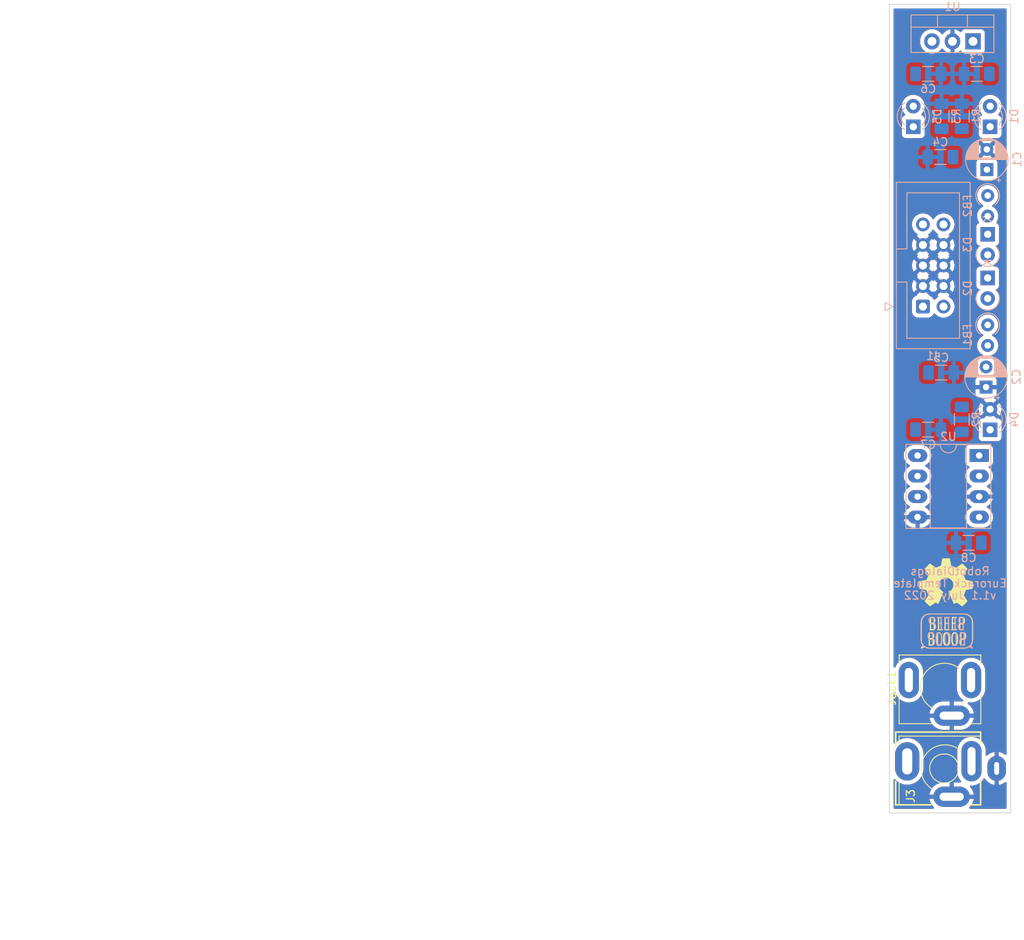
<source format=kicad_pcb>
(kicad_pcb (version 20211014) (generator pcbnew)
  (title_block (company "RobotDialogs"))
  (layers (0 "F.Cu" signal) (31 "B.Cu" signal) (34 "B.Paste" user) (35 "F.Paste" user) (36 "B.SilkS" user "B.Silkscreen") (37 "F.SilkS" user "F.Silkscreen") (38 "B.Mask" user) (39 "F.Mask" user) (44 "Edge.Cuts" user))
  (net 0 "")
  (net 1 "+12V")
  (net 2 "GND")
  (net 3 "-12V")
  (net 4 "+5V")
  (net 5 "Net-(D1-Pad1)")
  (net 6 "-12VA")
  (net 7 "Net-(D2-Pad2)")
  (net 8 "Net-(D3-Pad1)")
  (net 9 "+12VA")
  (net 10 "Net-(D4-Pad1)")
  (net 11 "Net-(D5-Pad1)")
  (net 12 "Net-(J2-PadR)")
  (net 13 "Net-(J2-PadT)")
  (net 14 "Net-(U2-Pad1)")
  (net 15 "Net-(U2-Pad6)")
  (footprint "My Stuff:Jack_3.5mm_MJ-355W_Vertical" (layer "F.Cu") (at 146.8 134.47 90)
    (fp_text reference "J2")
    (fp_text value "Jack1" (at -0.1 -6.5 90) (layer "F.SilkS"))
    (pad "R" thru_hole oval (at 0.9 3.3 90) (size 4.5 2.5) (drill oval 3 1) (layers *.Cu *.Mask) (net 12 "Net-(J2-PadR)"))
    (pad "S" thru_hole oval (at -3.5 0.9 90) (size 2.5 4.5) (drill oval 1 3) (layers *.Cu *.Mask) (net 2 "GND"))
    (pad "T" thru_hole oval (at 0.9 -4.4 90) (size 4.5 2.5) (drill oval 3 1) (layers *.Cu *.Mask) (net 13 "Net-(J2-PadT)"))
  )
  (footprint "My Stuff:Logo1" (layer "F.Cu") (at 147.1 127.5)
    (fp_text reference "LOGO1" hide)
    (fp_text value "logo1" hide)
    (fp_text user "BLOOP" (at 0.05 1.05) (layer "F.SilkS") (effects (font (size 1.5 1))))
    (fp_text user "BLEEP" (at 0.05 -0.85) (layer "F.SilkS") (effects (font (size 1.5 1))))
  )
  (footprint "Symbol:OSHW-Symbol_6.7x6mm_SilkScreen" (layer "F.Cu") (at 147 121.5)
    (fp_text reference "LOGO3" hide)
    (fp_text value "Logo_Open_Hardware_Small" hide)
  )
  (footprint "My Stuff:Jack_3.5mm_MJ-355W_and_PJ398SM_Vertical" (layer "F.Cu") (at 146.8 144.5 90)
    (fp_text reference "J3" (at -3.425 -4.175 90) (layer "F.SilkS"))
    (fp_text value "Jack2")
    (pad "S" thru_hole oval (at -3.5 0.892911 90) (size 2.5 4.5) (drill oval 1 3) (layers *.Cu *.Mask) (net 2 "GND"))
    (pad "S" thru_hole oval (at 0 6.462911 90) (size 3.1 2.3) (drill oval 1.6 0.6) (layers *.Cu *.Mask) (net 2 "GND"))
    (pad "T" thru_hole oval (at 0.875 -4.6 270) (size 4.75 3) (drill oval 3.25 1.25) (layers *.Cu *.Mask) (net 13 "Net-(J2-PadT)"))
    (pad "TN" thru_hole oval (at 0.9 3.35 90) (size 5 2.5) (drill oval 3.5 1) (layers *.Cu *.Mask) (net 12 "Net-(J2-PadR)"))
  )
  (footprint "My Stuff:Logo2" (layer "F.Cu") (at 147.1 127.5)
    (fp_text reference "LOGO2" hide)
    (fp_text value "logo1" hide)
    (fp_text user "BLEEP" (at -0.05 -0.85) (layer "B.SilkS") (effects (font (size 1.5 1)) (justify mirror)))
    (fp_text user "BLOOP" (at -0.05 1.05) (layer "B.SilkS") (effects (font (size 1.5 1)) (justify mirror)))
  )
  (footprint "LED_THT:LED_D3.0mm" (layer "B.Cu") (at 152.4525 102.615 90)
    (fp_text reference "D4" (at 1.27 2.96 90) (layer "B.SilkS") (effects (justify mirror)))
    (fp_text value "-12_LED")
    (pad "1" thru_hole rect locked (at 0 0 90) (size 1.8 1.8) (drill 0.9) (layers *.Cu *.Mask) (net 10 "Net-(D4-Pad1)"))
    (pad "2" thru_hole circle locked (at 2.54 0 90) (size 1.8 1.8) (drill 0.9) (layers *.Cu *.Mask) (net 2 "GND"))
  )
  (footprint "Capacitor_SMD:C_1206_3216Metric_Pad1.33x1.80mm_HandSolder" (layer "B.Cu") (at 149.8 116.6)
    (fp_text reference "C8" (at 0 1.85) (layer "B.SilkS") (effects (justify mirror)))
    (fp_text value "10nF")
    (pad "1" smd roundrect locked (at -1.5625 0) (size 1.325 1.8) (layers "B.Cu" "B.Paste" "B.Mask") (roundrect_rratio 0.188679) (net 2 "GND"))
    (pad "2" smd roundrect locked (at 1.5625 0) (size 1.325 1.8) (layers "B.Cu" "B.Paste" "B.Mask") (roundrect_rratio 0.188679) (net 3 "-12V"))
  )
  (footprint "LED_THT:LED_D3.0mm" (layer "B.Cu") (at 152.4525 65.14 90)
    (fp_text reference "D1" (at 1.27 2.96 90) (layer "B.SilkS") (effects (justify mirror)))
    (fp_text value "+12_LED")
    (pad "1" thru_hole rect locked (at 0 0 90) (size 1.8 1.8) (drill 0.9) (layers *.Cu *.Mask) (net 5 "Net-(D1-Pad1)"))
    (pad "2" thru_hole circle locked (at 2.54 0 90) (size 1.8 1.8) (drill 0.9) (layers *.Cu *.Mask) (net 1 "+12V"))
  )
  (footprint "Resistor_SMD:R_1206_3216Metric_Pad1.30x1.75mm_HandSolder" (layer "B.Cu") (at 148.9525 101.34 90)
    (fp_text reference "R2" (at 0 1.82 90) (layer "B.SilkS") (effects (justify mirror)))
    (fp_text value "R")
    (pad "1" smd roundrect locked (at -1.55 0 90) (size 1.3 1.75) (layers "B.Cu" "B.Paste" "B.Mask") (roundrect_rratio 0.192308) (net 10 "Net-(D4-Pad1)"))
    (pad "2" smd roundrect locked (at 1.55 0 90) (size 1.3 1.75) (layers "B.Cu" "B.Paste" "B.Mask") (roundrect_rratio 0.192308) (net 3 "-12V"))
  )
  (footprint "Connector_IDC:IDC-Header_2x05_P2.54mm_Vertical" (layer "B.Cu") (at 144.1475 87.38)
    (fp_text reference "J1" (at 1.27 6.1) (layer "B.SilkS") (effects (justify mirror)))
    (fp_text value "Conn_02x05_Odd_Even")
    (pad "1" thru_hole roundrect locked (at 0 0) (size 1.7 1.7) (drill 1) (layers *.Cu *.Mask) (roundrect_rratio 0.147059) (net 6 "-12VA"))
    (pad "2" thru_hole circle locked (at 2.54 0) (size 1.7 1.7) (drill 1) (layers *.Cu *.Mask) (net 6 "-12VA"))
    (pad "3" thru_hole circle locked (at 0 -2.54) (size 1.7 1.7) (drill 1) (layers *.Cu *.Mask) (net 2 "GND"))
    (pad "4" thru_hole circle locked (at 2.54 -2.54) (size 1.7 1.7) (drill 1) (layers *.Cu *.Mask) (net 2 "GND"))
    (pad "5" thru_hole circle locked (at 0 -5.08) (size 1.7 1.7) (drill 1) (layers *.Cu *.Mask) (net 2 "GND"))
    (pad "6" thru_hole circle locked (at 2.54 -5.08) (size 1.7 1.7) (drill 1) (layers *.Cu *.Mask) (net 2 "GND"))
    (pad "7" thru_hole circle locked (at 0 -7.62) (size 1.7 1.7) (drill 1) (layers *.Cu *.Mask) (net 2 "GND"))
    (pad "8" thru_hole circle locked (at 2.54 -7.62) (size 1.7 1.7) (drill 1) (layers *.Cu *.Mask) (net 2 "GND"))
    (pad "9" thru_hole circle locked (at 0 -10.16) (size 1.7 1.7) (drill 1) (layers *.Cu *.Mask) (net 9 "+12VA"))
    (pad "10" thru_hole circle locked (at 2.54 -10.16) (size 1.7 1.7) (drill 1) (layers *.Cu *.Mask) (net 9 "+12VA"))
  )
  (footprint "Diode_THT:D_A-405_P2.54mm_Vertical_KathodeUp" (layer "B.Cu") (at 152.1525 78.44 -90)
    (fp_text reference "D3" (at 1.27 2.47 90) (layer "B.SilkS") (effects (justify mirror)))
    (fp_text value "D")
    (fp_text user "K" (at -1.9 0 90) (layer "B.SilkS") (effects (justify mirror)))
    (pad "1" thru_hole rect locked (at 0 0 270) (size 1.8 1.8) (drill 0.9) (layers *.Cu *.Mask) (net 8 "Net-(D3-Pad1)"))
    (pad "2" thru_hole oval locked (at 2.54 0 270) (size 1.8 1.8) (drill 0.9) (layers *.Cu *.Mask) (net 9 "+12VA"))
  )
  (footprint "LED_THT:LED_D3.0mm" (layer "B.Cu") (at 142.9525 65.14 90)
    (fp_text reference "D5" (at 1.27 2.96 90) (layer "B.SilkS") (effects (justify mirror)))
    (fp_text value "+5_LED")
    (pad "1" thru_hole rect locked (at 0 0 90) (size 1.8 1.8) (drill 0.9) (layers *.Cu *.Mask) (net 11 "Net-(D5-Pad1)"))
    (pad "2" thru_hole circle locked (at 2.54 0 90) (size 1.8 1.8) (drill 0.9) (layers *.Cu *.Mask) (net 4 "+5V"))
  )
  (footprint "Diode_THT:D_A-405_P2.54mm_Vertical_KathodeUp" (layer "B.Cu") (at 152.1525 83.84 -90)
    (fp_text reference "D2" (at 1.27 2.47 90) (layer "B.SilkS") (effects (justify mirror)))
    (fp_text value "D")
    (fp_text user "K" (at -1.9 0 90) (layer "B.SilkS") (effects (justify mirror)))
    (pad "1" thru_hole rect locked (at 0 0 270) (size 1.8 1.8) (drill 0.9) (layers *.Cu *.Mask) (net 6 "-12VA"))
    (pad "2" thru_hole oval locked (at 2.54 0 270) (size 1.8 1.8) (drill 0.9) (layers *.Cu *.Mask) (net 7 "Net-(D2-Pad2)"))
  )
  (footprint "Capacitor_SMD:C_1206_3216Metric_Pad1.33x1.80mm_HandSolder" (layer "B.Cu") (at 144.8 102.6)
    (fp_text reference "C7" (at 0 1.85) (layer "B.SilkS") (effects (justify mirror)))
    (fp_text value "10nF")
    (pad "1" smd roundrect locked (at -1.5625 0) (size 1.325 1.8) (layers "B.Cu" "B.Paste" "B.Mask") (roundrect_rratio 0.188679) (net 1 "+12V"))
    (pad "2" smd roundrect locked (at 1.5625 0) (size 1.325 1.8) (layers "B.Cu" "B.Paste" "B.Mask") (roundrect_rratio 0.188679) (net 2 "GND"))
  )
  (footprint "Package_TO_SOT_THT:TO-220-3_Vertical" (layer "B.Cu") (at 150.34 54.58 180)
    (fp_text reference "U1" (at 2.54 4.27) (layer "B.SilkS") (effects (justify mirror)))
    (fp_text value "LM7805_TO220")
    (pad "1" thru_hole rect locked (at 0 0 180) (size 1.905 2) (drill 1.1) (layers *.Cu *.Mask) (net 1 "+12V"))
    (pad "2" thru_hole oval locked (at 2.54 0 180) (size 1.905 2) (drill 1.1) (layers *.Cu *.Mask) (net 2 "GND"))
    (pad "3" thru_hole oval locked (at 5.08 0 180) (size 1.905 2) (drill 1.1) (layers *.Cu *.Mask) (net 4 "+5V"))
  )
  (footprint "Capacitor_SMD:C_1206_3216Metric_Pad1.33x1.80mm_HandSolder" (layer "B.Cu") (at 144.8 58.6)
    (fp_text reference "C6" (at 0 1.85) (layer "B.SilkS") (effects (justify mirror)))
    (fp_text value "100nF")
    (pad "1" smd roundrect locked (at -1.5625 0) (size 1.325 1.8) (layers "B.Cu" "B.Paste" "B.Mask") (roundrect_rratio 0.188679) (net 4 "+5V"))
    (pad "2" smd roundrect locked (at 1.5625 0) (size 1.325 1.8) (layers "B.Cu" "B.Paste" "B.Mask") (roundrect_rratio 0.188679) (net 2 "GND"))
  )
  (footprint "Resistor_SMD:R_1206_3216Metric_Pad1.30x1.75mm_HandSolder" (layer "B.Cu") (at 146.4525 63.84 90)
    (fp_text reference "R3" (at 0 1.82 90) (layer "B.SilkS") (effects (justify mirror)))
    (fp_text value "R")
    (pad "1" smd roundrect locked (at -1.55 0 90) (size 1.3 1.75) (layers "B.Cu" "B.Paste" "B.Mask") (roundrect_rratio 0.192308) (net 11 "Net-(D5-Pad1)"))
    (pad "2" smd roundrect locked (at 1.55 0 90) (size 1.3 1.75) (layers "B.Cu" "B.Paste" "B.Mask") (roundrect_rratio 0.192308) (net 2 "GND"))
  )
  (footprint "Capacitor_THT:CP_Radial_D5.0mm_P2.50mm" (layer "B.Cu") (at 152.0525 70.44 90)
    (fp_text reference "C1" (at 1.25 3.75 90) (layer "B.SilkS") (effects (justify mirror)))
    (fp_text value "100uF")
    (pad "1" thru_hole rect locked (at 0 0 90) (size 1.6 1.6) (drill 0.8) (layers *.Cu *.Mask) (net 1 "+12V"))
    (pad "2" thru_hole circle locked (at 2.5 0 90) (size 1.6 1.6) (drill 0.8) (layers *.Cu *.Mask) (net 2 "GND"))
  )
  (footprint "Package_DIP:DIP-8_W7.62mm_Socket_LongPads" (layer "B.Cu") (at 151.1 105.8 180)
    (fp_text reference "U2" (at 3.81 2.33) (layer "B.SilkS") (effects (justify mirror)))
    (fp_text value "TL072")
    (pad "1" thru_hole rect locked (at 0 0 180) (size 2.4 1.6) (drill 0.8) (layers *.Cu *.Mask) (net 14 "Net-(U2-Pad1)"))
    (pad "2" thru_hole oval locked (at 0 -2.54 180) (size 2.4 1.6) (drill 0.8) (layers *.Cu *.Mask) (net 14 "Net-(U2-Pad1)"))
    (pad "3" thru_hole oval locked (at 0 -5.08 180) (size 2.4 1.6) (drill 0.8) (layers *.Cu *.Mask) (net 2 "GND"))
    (pad "4" thru_hole oval locked (at 0 -7.62 180) (size 2.4 1.6) (drill 0.8) (layers *.Cu *.Mask) (net 3 "-12V"))
    (pad "5" thru_hole oval locked (at 7.62 -7.62 180) (size 2.4 1.6) (drill 0.8) (layers *.Cu *.Mask) (net 2 "GND"))
    (pad "6" thru_hole oval locked (at 7.62 -5.08 180) (size 2.4 1.6) (drill 0.8) (layers *.Cu *.Mask) (net 15 "Net-(U2-Pad6)"))
    (pad "7" thru_hole oval locked (at 7.62 -2.54 180) (size 2.4 1.6) (drill 0.8) (layers *.Cu *.Mask) (net 15 "Net-(U2-Pad6)"))
    (pad "8" thru_hole oval locked (at 7.62 0 180) (size 2.4 1.6) (drill 0.8) (layers *.Cu *.Mask) (net 1 "+12V"))
  )
  (footprint "Capacitor_SMD:C_1206_3216Metric_Pad1.33x1.80mm_HandSolder" (layer "B.Cu") (at 146.3 68.88 180)
    (fp_text reference "C4" (at 0 1.85) (layer "B.SilkS") (effects (justify mirror)))
    (fp_text value "10nF")
    (pad "1" smd roundrect locked (at -1.5625 0 180) (size 1.325 1.8) (layers "B.Cu" "B.Paste" "B.Mask") (roundrect_rratio 0.188679) (net 1 "+12V"))
    (pad "2" smd roundrect locked (at 1.5625 0 180) (size 1.325 1.8) (layers "B.Cu" "B.Paste" "B.Mask") (roundrect_rratio 0.188679) (net 2 "GND"))
  )
  (footprint "Capacitor_SMD:C_1206_3216Metric_Pad1.33x1.80mm_HandSolder" (layer "B.Cu") (at 146.4 95.54 180)
    (fp_text reference "C5" (at 0 1.85) (layer "B.SilkS") (effects (justify mirror)))
    (fp_text value "10nF")
    (pad "1" smd roundrect locked (at -1.5625 0 180) (size 1.325 1.8) (layers "B.Cu" "B.Paste" "B.Mask") (roundrect_rratio 0.188679) (net 2 "GND"))
    (pad "2" smd roundrect locked (at 1.5625 0 180) (size 1.325 1.8) (layers "B.Cu" "B.Paste" "B.Mask") (roundrect_rratio 0.188679) (net 3 "-12V"))
  )
  (footprint "Capacitor_THT:CP_Radial_D5.0mm_P2.50mm" (layer "B.Cu") (at 151.9525 97.34 90)
    (fp_text reference "C2" (at 1.25 3.75 90) (layer "B.SilkS") (effects (justify mirror)))
    (fp_text value "100uF")
    (pad "1" thru_hole rect locked (at 0 0 90) (size 1.6 1.6) (drill 0.8) (layers *.Cu *.Mask) (net 2 "GND"))
    (pad "2" thru_hole circle locked (at 2.5 0 90) (size 1.6 1.6) (drill 0.8) (layers *.Cu *.Mask) (net 3 "-12V"))
  )
  (footprint "Inductor_THT:L_Axial_L6.6mm_D2.7mm_P2.54mm_Vertical_Vishay_IM-2" (layer "B.Cu") (at 152.1525 89.645 -90)
    (fp_text reference "FB1" (at 1.27 2.47 90) (layer "B.SilkS") (effects (justify mirror)))
    (fp_text value "FerriteBead")
    (pad "1" thru_hole circle locked (at 0 0 270) (size 1.6 1.6) (drill 0.8) (layers *.Cu *.Mask) (net 7 "Net-(D2-Pad2)"))
    (pad "2" thru_hole oval locked (at 2.54 0 270) (size 1.6 1.6) (drill 0.8) (layers *.Cu *.Mask) (net 3 "-12V"))
  )
  (footprint "Resistor_SMD:R_1206_3216Metric_Pad1.30x1.75mm_HandSolder" (layer "B.Cu") (at 148.9525 63.84 90)
    (fp_text reference "R1" (at 0 1.82 90) (layer "B.SilkS") (effects (justify mirror)))
    (fp_text value "R")
    (pad "1" smd roundrect locked (at -1.55 0 90) (size 1.3 1.75) (layers "B.Cu" "B.Paste" "B.Mask") (roundrect_rratio 0.192308) (net 5 "Net-(D1-Pad1)"))
    (pad "2" smd roundrect locked (at 1.55 0 90) (size 1.3 1.75) (layers "B.Cu" "B.Paste" "B.Mask") (roundrect_rratio 0.192308) (net 2 "GND"))
  )
  (footprint "Inductor_THT:L_Axial_L6.6mm_D2.7mm_P2.54mm_Vertical_Vishay_IM-2" (layer "B.Cu") (at 152.1525 73.645 -90)
    (fp_text reference "FB2" (at 1.27 2.47 90) (layer "B.SilkS") (effects (justify mirror)))
    (fp_text value "FerriteBead")
    (pad "1" thru_hole circle locked (at 0 0 270) (size 1.6 1.6) (drill 0.8) (layers *.Cu *.Mask) (net 8 "Net-(D3-Pad1)"))
    (pad "2" thru_hole oval locked (at 2.54 0 270) (size 1.6 1.6) (drill 0.8) (layers *.Cu *.Mask) (net 1 "+12V"))
  )
  (footprint "Capacitor_SMD:C_1206_3216Metric_Pad1.33x1.80mm_HandSolder" (layer "B.Cu") (at 150.8 58.6 180)
    (fp_text reference "C3" (at 0 1.85) (layer "B.SilkS") (effects (justify mirror)))
    (fp_text value "220nF")
    (pad "1" smd roundrect locked (at -1.5625 0 180) (size 1.325 1.8) (layers "B.Cu" "B.Paste" "B.Mask") (roundrect_rratio 0.188679) (net 1 "+12V"))
    (pad "2" smd roundrect locked (at 1.5625 0 180) (size 1.325 1.8) (layers "B.Cu" "B.Paste" "B.Mask") (roundrect_rratio 0.188679) (net 2 "GND"))
  )
  (gr_rect (start 140 50) (end 155 150) (layer "Edge.Cuts") (width 0.1) (fill none))
  (gr_text "v1.1 July 2022" (at 147.5 123.1) (layer "B.SilkS") (effects (font (size 1 1)) (justify mirror)))
  (gr_text "RobotDialogs\n" (at 147.5 120.1) (layer "B.SilkS") (effects (font (size 1 1)) (justify mirror)))
  (gr_text "Eurorack Template" (at 147.5 121.6) (layer "B.SilkS") (effects (font (size 1 1)) (justify mirror)))
  (zone (net 2) (net_name "GND") (layers F&B.Cu) (connect_pads (clearance 0.508)) (min_thickness 0.254) (fill yes (thermal_gap 0.508) (thermal_bridge_width 0.508))
    (polygon (pts (xy 154.5 149.5) (xy 140.5 149.5) (xy 140.5 50.5) (xy 154.5 50.5)))
  )
)
</source>
